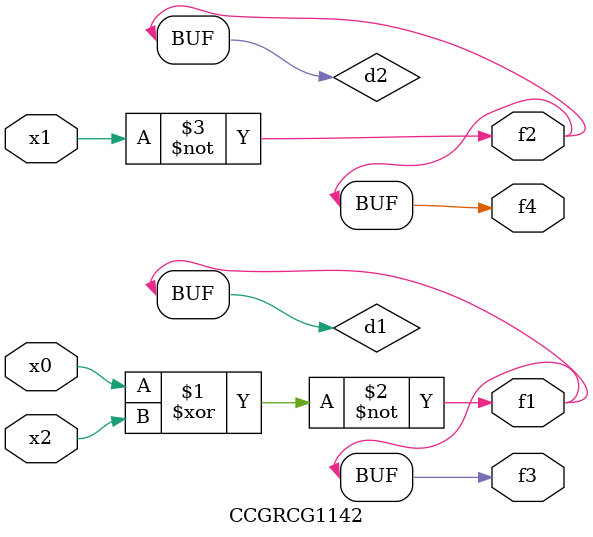
<source format=v>
module CCGRCG1142(
	input x0, x1, x2,
	output f1, f2, f3, f4
);

	wire d1, d2, d3;

	xnor (d1, x0, x2);
	nand (d2, x1);
	nor (d3, x1, x2);
	assign f1 = d1;
	assign f2 = d2;
	assign f3 = d1;
	assign f4 = d2;
endmodule

</source>
